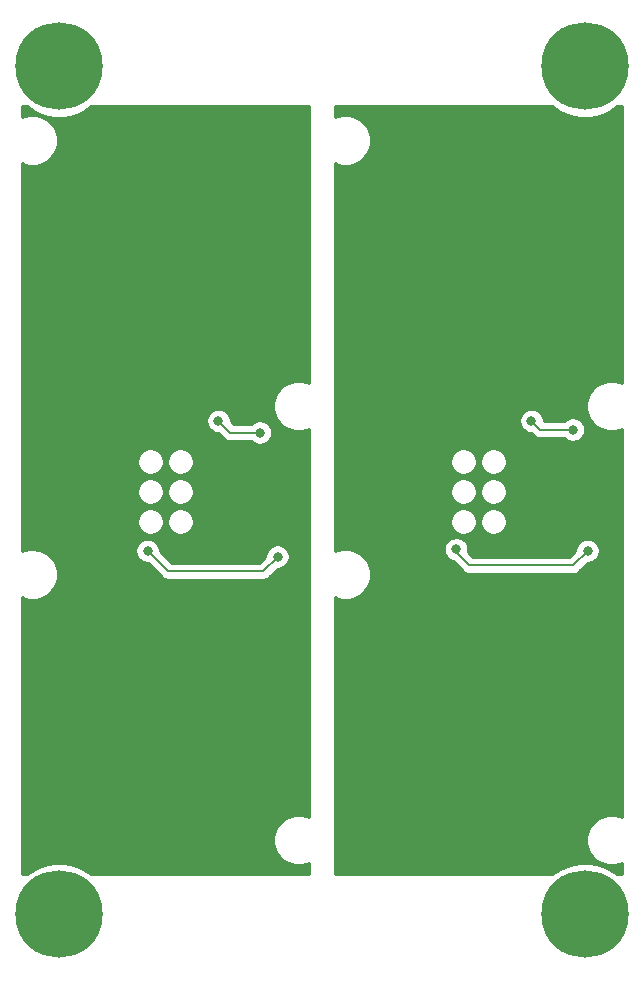
<source format=gbr>
G04 #@! TF.GenerationSoftware,KiCad,Pcbnew,(5.1.4)-1*
G04 #@! TF.CreationDate,2020-07-05T13:48:23-04:00*
G04 #@! TF.ProjectId,Pressure_sensor_daughterboard-MS5607-MS5803,50726573-7375-4726-955f-73656e736f72,1.2*
G04 #@! TF.SameCoordinates,Original*
G04 #@! TF.FileFunction,Copper,L2,Bot*
G04 #@! TF.FilePolarity,Positive*
%FSLAX46Y46*%
G04 Gerber Fmt 4.6, Leading zero omitted, Abs format (unit mm)*
G04 Created by KiCad (PCBNEW (5.1.4)-1) date 2020-07-05 13:48:23*
%MOMM*%
%LPD*%
G04 APERTURE LIST*
%ADD10C,0.800000*%
%ADD11C,7.400000*%
%ADD12C,0.200000*%
%ADD13C,0.254000*%
G04 APERTURE END LIST*
D10*
X165462221Y-103287779D03*
X163500000Y-102475000D03*
X161537779Y-103287779D03*
X160725000Y-105250000D03*
X161537779Y-107212221D03*
X163500000Y-108025000D03*
X165462221Y-107212221D03*
X166275000Y-105250000D03*
D11*
X163500000Y-105250000D03*
D10*
X120962221Y-103287779D03*
X119000000Y-102475000D03*
X117037779Y-103287779D03*
X116225000Y-105250000D03*
X117037779Y-107212221D03*
X119000000Y-108025000D03*
X120962221Y-107212221D03*
X121775000Y-105250000D03*
D11*
X119000000Y-105250000D03*
D10*
X165462221Y-31537779D03*
X163500000Y-30725000D03*
X161537779Y-31537779D03*
X160725000Y-33500000D03*
X161537779Y-35462221D03*
X163500000Y-36275000D03*
X165462221Y-35462221D03*
X166275000Y-33500000D03*
D11*
X163500000Y-33500000D03*
D10*
X120962221Y-31537779D03*
X119000000Y-30725000D03*
X117037779Y-31537779D03*
X116225000Y-33500000D03*
X117037779Y-35462221D03*
X119000000Y-36275000D03*
X120962221Y-35462221D03*
X121775000Y-33500000D03*
D11*
X119000000Y-33500000D03*
D10*
X133000000Y-65750000D03*
X123000000Y-64250000D03*
X131000000Y-64250000D03*
X127500000Y-64250000D03*
X130750000Y-74250000D03*
X128000000Y-74500000D03*
X157250000Y-64250000D03*
X149500000Y-64250000D03*
X153500000Y-64250000D03*
X157250000Y-74250000D03*
X154500000Y-74500000D03*
X138000000Y-71250000D03*
X135500000Y-74750000D03*
X164750000Y-70500000D03*
X162000000Y-74500000D03*
X159500000Y-65500000D03*
X132500000Y-63500000D03*
X136000000Y-64500000D03*
X137500000Y-75000000D03*
X126500000Y-74500000D03*
X152625000Y-74375000D03*
X163750000Y-74500000D03*
X159000000Y-63500000D03*
X162500000Y-64250000D03*
D12*
X133500000Y-64500000D02*
X136000000Y-64500000D01*
X132500000Y-63500000D02*
X133500000Y-64500000D01*
X137500000Y-75000000D02*
X136250000Y-76250000D01*
X128250000Y-76250000D02*
X126500000Y-74500000D01*
X136250000Y-76250000D02*
X128250000Y-76250000D01*
X152625000Y-74375000D02*
X152625000Y-74625000D01*
X152625000Y-74625000D02*
X153750000Y-75750000D01*
X153750000Y-75750000D02*
X162500000Y-75750000D01*
X162500000Y-75750000D02*
X163750000Y-74500000D01*
X159750000Y-64250000D02*
X162500000Y-64250000D01*
X159000000Y-63500000D02*
X159750000Y-64250000D01*
D13*
G36*
X116946608Y-37341627D02*
G01*
X117735527Y-37668408D01*
X118573040Y-37835000D01*
X119426960Y-37835000D01*
X120264473Y-37668408D01*
X121053392Y-37341627D01*
X121748755Y-36877000D01*
X140123000Y-36877000D01*
X140123000Y-60300701D01*
X139872756Y-60197047D01*
X139460279Y-60115000D01*
X139039721Y-60115000D01*
X138627244Y-60197047D01*
X138238698Y-60357988D01*
X137889017Y-60591637D01*
X137591637Y-60889017D01*
X137357988Y-61238698D01*
X137197047Y-61627244D01*
X137115000Y-62039721D01*
X137115000Y-62460279D01*
X137197047Y-62872756D01*
X137357988Y-63261302D01*
X137591637Y-63610983D01*
X137889017Y-63908363D01*
X138238698Y-64142012D01*
X138627244Y-64302953D01*
X139039721Y-64385000D01*
X139460279Y-64385000D01*
X139872756Y-64302953D01*
X140123000Y-64199299D01*
X140123000Y-97050701D01*
X139872756Y-96947047D01*
X139460279Y-96865000D01*
X139039721Y-96865000D01*
X138627244Y-96947047D01*
X138238698Y-97107988D01*
X137889017Y-97341637D01*
X137591637Y-97639017D01*
X137357988Y-97988698D01*
X137197047Y-98377244D01*
X137115000Y-98789721D01*
X137115000Y-99210279D01*
X137197047Y-99622756D01*
X137357988Y-100011302D01*
X137591637Y-100360983D01*
X137889017Y-100658363D01*
X138238698Y-100892012D01*
X138627244Y-101052953D01*
X139039721Y-101135000D01*
X139460279Y-101135000D01*
X139872756Y-101052953D01*
X140123000Y-100949299D01*
X140123000Y-101873000D01*
X121748755Y-101873000D01*
X121053392Y-101408373D01*
X120264473Y-101081592D01*
X119426960Y-100915000D01*
X118573040Y-100915000D01*
X117735527Y-101081592D01*
X116946608Y-101408373D01*
X116251245Y-101873000D01*
X115877000Y-101873000D01*
X115877000Y-78449299D01*
X116127244Y-78552953D01*
X116539721Y-78635000D01*
X116960279Y-78635000D01*
X117372756Y-78552953D01*
X117761302Y-78392012D01*
X118110983Y-78158363D01*
X118408363Y-77860983D01*
X118642012Y-77511302D01*
X118802953Y-77122756D01*
X118885000Y-76710279D01*
X118885000Y-76289721D01*
X118802953Y-75877244D01*
X118642012Y-75488698D01*
X118408363Y-75139017D01*
X118110983Y-74841637D01*
X117761302Y-74607988D01*
X117372756Y-74447047D01*
X117126488Y-74398061D01*
X125465000Y-74398061D01*
X125465000Y-74601939D01*
X125504774Y-74801898D01*
X125582795Y-74990256D01*
X125696063Y-75159774D01*
X125840226Y-75303937D01*
X126009744Y-75417205D01*
X126198102Y-75495226D01*
X126398061Y-75535000D01*
X126495554Y-75535000D01*
X127704746Y-76744193D01*
X127727762Y-76772238D01*
X127755806Y-76795253D01*
X127839680Y-76864087D01*
X127967366Y-76932337D01*
X128105915Y-76974365D01*
X128250000Y-76988556D01*
X128286105Y-76985000D01*
X136213895Y-76985000D01*
X136250000Y-76988556D01*
X136286105Y-76985000D01*
X136394085Y-76974365D01*
X136532633Y-76932337D01*
X136660320Y-76864087D01*
X136772238Y-76772238D01*
X136795258Y-76744188D01*
X137504447Y-76035000D01*
X137601939Y-76035000D01*
X137801898Y-75995226D01*
X137990256Y-75917205D01*
X138159774Y-75803937D01*
X138303937Y-75659774D01*
X138417205Y-75490256D01*
X138495226Y-75301898D01*
X138535000Y-75101939D01*
X138535000Y-74898061D01*
X138495226Y-74698102D01*
X138417205Y-74509744D01*
X138303937Y-74340226D01*
X138159774Y-74196063D01*
X137990256Y-74082795D01*
X137801898Y-74004774D01*
X137601939Y-73965000D01*
X137398061Y-73965000D01*
X137198102Y-74004774D01*
X137009744Y-74082795D01*
X136840226Y-74196063D01*
X136696063Y-74340226D01*
X136582795Y-74509744D01*
X136504774Y-74698102D01*
X136465000Y-74898061D01*
X136465000Y-74995553D01*
X135945554Y-75515000D01*
X128554447Y-75515000D01*
X127535000Y-74495554D01*
X127535000Y-74398061D01*
X127495226Y-74198102D01*
X127417205Y-74009744D01*
X127303937Y-73840226D01*
X127159774Y-73696063D01*
X126990256Y-73582795D01*
X126801898Y-73504774D01*
X126601939Y-73465000D01*
X126398061Y-73465000D01*
X126198102Y-73504774D01*
X126009744Y-73582795D01*
X125840226Y-73696063D01*
X125696063Y-73840226D01*
X125582795Y-74009744D01*
X125504774Y-74198102D01*
X125465000Y-74398061D01*
X117126488Y-74398061D01*
X116960279Y-74365000D01*
X116539721Y-74365000D01*
X116127244Y-74447047D01*
X115877000Y-74550701D01*
X115877000Y-71929690D01*
X125610000Y-71929690D01*
X125610000Y-72150310D01*
X125653041Y-72366692D01*
X125737469Y-72570519D01*
X125860039Y-72753958D01*
X126016042Y-72909961D01*
X126199481Y-73032531D01*
X126403308Y-73116959D01*
X126619690Y-73160000D01*
X126840310Y-73160000D01*
X127056692Y-73116959D01*
X127260519Y-73032531D01*
X127443958Y-72909961D01*
X127599961Y-72753958D01*
X127722531Y-72570519D01*
X127806959Y-72366692D01*
X127850000Y-72150310D01*
X127850000Y-71929690D01*
X128150000Y-71929690D01*
X128150000Y-72150310D01*
X128193041Y-72366692D01*
X128277469Y-72570519D01*
X128400039Y-72753958D01*
X128556042Y-72909961D01*
X128739481Y-73032531D01*
X128943308Y-73116959D01*
X129159690Y-73160000D01*
X129380310Y-73160000D01*
X129596692Y-73116959D01*
X129800519Y-73032531D01*
X129983958Y-72909961D01*
X130139961Y-72753958D01*
X130262531Y-72570519D01*
X130346959Y-72366692D01*
X130390000Y-72150310D01*
X130390000Y-71929690D01*
X130346959Y-71713308D01*
X130262531Y-71509481D01*
X130139961Y-71326042D01*
X129983958Y-71170039D01*
X129800519Y-71047469D01*
X129596692Y-70963041D01*
X129380310Y-70920000D01*
X129159690Y-70920000D01*
X128943308Y-70963041D01*
X128739481Y-71047469D01*
X128556042Y-71170039D01*
X128400039Y-71326042D01*
X128277469Y-71509481D01*
X128193041Y-71713308D01*
X128150000Y-71929690D01*
X127850000Y-71929690D01*
X127806959Y-71713308D01*
X127722531Y-71509481D01*
X127599961Y-71326042D01*
X127443958Y-71170039D01*
X127260519Y-71047469D01*
X127056692Y-70963041D01*
X126840310Y-70920000D01*
X126619690Y-70920000D01*
X126403308Y-70963041D01*
X126199481Y-71047469D01*
X126016042Y-71170039D01*
X125860039Y-71326042D01*
X125737469Y-71509481D01*
X125653041Y-71713308D01*
X125610000Y-71929690D01*
X115877000Y-71929690D01*
X115877000Y-69389690D01*
X125610000Y-69389690D01*
X125610000Y-69610310D01*
X125653041Y-69826692D01*
X125737469Y-70030519D01*
X125860039Y-70213958D01*
X126016042Y-70369961D01*
X126199481Y-70492531D01*
X126403308Y-70576959D01*
X126619690Y-70620000D01*
X126840310Y-70620000D01*
X127056692Y-70576959D01*
X127260519Y-70492531D01*
X127443958Y-70369961D01*
X127599961Y-70213958D01*
X127722531Y-70030519D01*
X127806959Y-69826692D01*
X127850000Y-69610310D01*
X127850000Y-69389690D01*
X128150000Y-69389690D01*
X128150000Y-69610310D01*
X128193041Y-69826692D01*
X128277469Y-70030519D01*
X128400039Y-70213958D01*
X128556042Y-70369961D01*
X128739481Y-70492531D01*
X128943308Y-70576959D01*
X129159690Y-70620000D01*
X129380310Y-70620000D01*
X129596692Y-70576959D01*
X129800519Y-70492531D01*
X129983958Y-70369961D01*
X130139961Y-70213958D01*
X130262531Y-70030519D01*
X130346959Y-69826692D01*
X130390000Y-69610310D01*
X130390000Y-69389690D01*
X130346959Y-69173308D01*
X130262531Y-68969481D01*
X130139961Y-68786042D01*
X129983958Y-68630039D01*
X129800519Y-68507469D01*
X129596692Y-68423041D01*
X129380310Y-68380000D01*
X129159690Y-68380000D01*
X128943308Y-68423041D01*
X128739481Y-68507469D01*
X128556042Y-68630039D01*
X128400039Y-68786042D01*
X128277469Y-68969481D01*
X128193041Y-69173308D01*
X128150000Y-69389690D01*
X127850000Y-69389690D01*
X127806959Y-69173308D01*
X127722531Y-68969481D01*
X127599961Y-68786042D01*
X127443958Y-68630039D01*
X127260519Y-68507469D01*
X127056692Y-68423041D01*
X126840310Y-68380000D01*
X126619690Y-68380000D01*
X126403308Y-68423041D01*
X126199481Y-68507469D01*
X126016042Y-68630039D01*
X125860039Y-68786042D01*
X125737469Y-68969481D01*
X125653041Y-69173308D01*
X125610000Y-69389690D01*
X115877000Y-69389690D01*
X115877000Y-66849690D01*
X125610000Y-66849690D01*
X125610000Y-67070310D01*
X125653041Y-67286692D01*
X125737469Y-67490519D01*
X125860039Y-67673958D01*
X126016042Y-67829961D01*
X126199481Y-67952531D01*
X126403308Y-68036959D01*
X126619690Y-68080000D01*
X126840310Y-68080000D01*
X127056692Y-68036959D01*
X127260519Y-67952531D01*
X127443958Y-67829961D01*
X127599961Y-67673958D01*
X127722531Y-67490519D01*
X127806959Y-67286692D01*
X127850000Y-67070310D01*
X127850000Y-66849690D01*
X128150000Y-66849690D01*
X128150000Y-67070310D01*
X128193041Y-67286692D01*
X128277469Y-67490519D01*
X128400039Y-67673958D01*
X128556042Y-67829961D01*
X128739481Y-67952531D01*
X128943308Y-68036959D01*
X129159690Y-68080000D01*
X129380310Y-68080000D01*
X129596692Y-68036959D01*
X129800519Y-67952531D01*
X129983958Y-67829961D01*
X130139961Y-67673958D01*
X130262531Y-67490519D01*
X130346959Y-67286692D01*
X130390000Y-67070310D01*
X130390000Y-66849690D01*
X130346959Y-66633308D01*
X130262531Y-66429481D01*
X130139961Y-66246042D01*
X129983958Y-66090039D01*
X129800519Y-65967469D01*
X129596692Y-65883041D01*
X129380310Y-65840000D01*
X129159690Y-65840000D01*
X128943308Y-65883041D01*
X128739481Y-65967469D01*
X128556042Y-66090039D01*
X128400039Y-66246042D01*
X128277469Y-66429481D01*
X128193041Y-66633308D01*
X128150000Y-66849690D01*
X127850000Y-66849690D01*
X127806959Y-66633308D01*
X127722531Y-66429481D01*
X127599961Y-66246042D01*
X127443958Y-66090039D01*
X127260519Y-65967469D01*
X127056692Y-65883041D01*
X126840310Y-65840000D01*
X126619690Y-65840000D01*
X126403308Y-65883041D01*
X126199481Y-65967469D01*
X126016042Y-66090039D01*
X125860039Y-66246042D01*
X125737469Y-66429481D01*
X125653041Y-66633308D01*
X125610000Y-66849690D01*
X115877000Y-66849690D01*
X115877000Y-63398061D01*
X131465000Y-63398061D01*
X131465000Y-63601939D01*
X131504774Y-63801898D01*
X131582795Y-63990256D01*
X131696063Y-64159774D01*
X131840226Y-64303937D01*
X132009744Y-64417205D01*
X132198102Y-64495226D01*
X132398061Y-64535000D01*
X132495553Y-64535000D01*
X132954746Y-64994193D01*
X132977762Y-65022238D01*
X133005806Y-65045253D01*
X133089680Y-65114087D01*
X133217366Y-65182337D01*
X133355915Y-65224365D01*
X133500000Y-65238556D01*
X133536105Y-65235000D01*
X135271289Y-65235000D01*
X135340226Y-65303937D01*
X135509744Y-65417205D01*
X135698102Y-65495226D01*
X135898061Y-65535000D01*
X136101939Y-65535000D01*
X136301898Y-65495226D01*
X136490256Y-65417205D01*
X136659774Y-65303937D01*
X136803937Y-65159774D01*
X136917205Y-64990256D01*
X136995226Y-64801898D01*
X137035000Y-64601939D01*
X137035000Y-64398061D01*
X136995226Y-64198102D01*
X136917205Y-64009744D01*
X136803937Y-63840226D01*
X136659774Y-63696063D01*
X136490256Y-63582795D01*
X136301898Y-63504774D01*
X136101939Y-63465000D01*
X135898061Y-63465000D01*
X135698102Y-63504774D01*
X135509744Y-63582795D01*
X135340226Y-63696063D01*
X135271289Y-63765000D01*
X133804447Y-63765000D01*
X133535000Y-63495553D01*
X133535000Y-63398061D01*
X133495226Y-63198102D01*
X133417205Y-63009744D01*
X133303937Y-62840226D01*
X133159774Y-62696063D01*
X132990256Y-62582795D01*
X132801898Y-62504774D01*
X132601939Y-62465000D01*
X132398061Y-62465000D01*
X132198102Y-62504774D01*
X132009744Y-62582795D01*
X131840226Y-62696063D01*
X131696063Y-62840226D01*
X131582795Y-63009744D01*
X131504774Y-63198102D01*
X131465000Y-63398061D01*
X115877000Y-63398061D01*
X115877000Y-41699299D01*
X116127244Y-41802953D01*
X116539721Y-41885000D01*
X116960279Y-41885000D01*
X117372756Y-41802953D01*
X117761302Y-41642012D01*
X118110983Y-41408363D01*
X118408363Y-41110983D01*
X118642012Y-40761302D01*
X118802953Y-40372756D01*
X118885000Y-39960279D01*
X118885000Y-39539721D01*
X118802953Y-39127244D01*
X118642012Y-38738698D01*
X118408363Y-38389017D01*
X118110983Y-38091637D01*
X117761302Y-37857988D01*
X117372756Y-37697047D01*
X116960279Y-37615000D01*
X116539721Y-37615000D01*
X116127244Y-37697047D01*
X115877000Y-37800701D01*
X115877000Y-36877000D01*
X116251245Y-36877000D01*
X116946608Y-37341627D01*
X116946608Y-37341627D01*
G37*
X116946608Y-37341627D02*
X117735527Y-37668408D01*
X118573040Y-37835000D01*
X119426960Y-37835000D01*
X120264473Y-37668408D01*
X121053392Y-37341627D01*
X121748755Y-36877000D01*
X140123000Y-36877000D01*
X140123000Y-60300701D01*
X139872756Y-60197047D01*
X139460279Y-60115000D01*
X139039721Y-60115000D01*
X138627244Y-60197047D01*
X138238698Y-60357988D01*
X137889017Y-60591637D01*
X137591637Y-60889017D01*
X137357988Y-61238698D01*
X137197047Y-61627244D01*
X137115000Y-62039721D01*
X137115000Y-62460279D01*
X137197047Y-62872756D01*
X137357988Y-63261302D01*
X137591637Y-63610983D01*
X137889017Y-63908363D01*
X138238698Y-64142012D01*
X138627244Y-64302953D01*
X139039721Y-64385000D01*
X139460279Y-64385000D01*
X139872756Y-64302953D01*
X140123000Y-64199299D01*
X140123000Y-97050701D01*
X139872756Y-96947047D01*
X139460279Y-96865000D01*
X139039721Y-96865000D01*
X138627244Y-96947047D01*
X138238698Y-97107988D01*
X137889017Y-97341637D01*
X137591637Y-97639017D01*
X137357988Y-97988698D01*
X137197047Y-98377244D01*
X137115000Y-98789721D01*
X137115000Y-99210279D01*
X137197047Y-99622756D01*
X137357988Y-100011302D01*
X137591637Y-100360983D01*
X137889017Y-100658363D01*
X138238698Y-100892012D01*
X138627244Y-101052953D01*
X139039721Y-101135000D01*
X139460279Y-101135000D01*
X139872756Y-101052953D01*
X140123000Y-100949299D01*
X140123000Y-101873000D01*
X121748755Y-101873000D01*
X121053392Y-101408373D01*
X120264473Y-101081592D01*
X119426960Y-100915000D01*
X118573040Y-100915000D01*
X117735527Y-101081592D01*
X116946608Y-101408373D01*
X116251245Y-101873000D01*
X115877000Y-101873000D01*
X115877000Y-78449299D01*
X116127244Y-78552953D01*
X116539721Y-78635000D01*
X116960279Y-78635000D01*
X117372756Y-78552953D01*
X117761302Y-78392012D01*
X118110983Y-78158363D01*
X118408363Y-77860983D01*
X118642012Y-77511302D01*
X118802953Y-77122756D01*
X118885000Y-76710279D01*
X118885000Y-76289721D01*
X118802953Y-75877244D01*
X118642012Y-75488698D01*
X118408363Y-75139017D01*
X118110983Y-74841637D01*
X117761302Y-74607988D01*
X117372756Y-74447047D01*
X117126488Y-74398061D01*
X125465000Y-74398061D01*
X125465000Y-74601939D01*
X125504774Y-74801898D01*
X125582795Y-74990256D01*
X125696063Y-75159774D01*
X125840226Y-75303937D01*
X126009744Y-75417205D01*
X126198102Y-75495226D01*
X126398061Y-75535000D01*
X126495554Y-75535000D01*
X127704746Y-76744193D01*
X127727762Y-76772238D01*
X127755806Y-76795253D01*
X127839680Y-76864087D01*
X127967366Y-76932337D01*
X128105915Y-76974365D01*
X128250000Y-76988556D01*
X128286105Y-76985000D01*
X136213895Y-76985000D01*
X136250000Y-76988556D01*
X136286105Y-76985000D01*
X136394085Y-76974365D01*
X136532633Y-76932337D01*
X136660320Y-76864087D01*
X136772238Y-76772238D01*
X136795258Y-76744188D01*
X137504447Y-76035000D01*
X137601939Y-76035000D01*
X137801898Y-75995226D01*
X137990256Y-75917205D01*
X138159774Y-75803937D01*
X138303937Y-75659774D01*
X138417205Y-75490256D01*
X138495226Y-75301898D01*
X138535000Y-75101939D01*
X138535000Y-74898061D01*
X138495226Y-74698102D01*
X138417205Y-74509744D01*
X138303937Y-74340226D01*
X138159774Y-74196063D01*
X137990256Y-74082795D01*
X137801898Y-74004774D01*
X137601939Y-73965000D01*
X137398061Y-73965000D01*
X137198102Y-74004774D01*
X137009744Y-74082795D01*
X136840226Y-74196063D01*
X136696063Y-74340226D01*
X136582795Y-74509744D01*
X136504774Y-74698102D01*
X136465000Y-74898061D01*
X136465000Y-74995553D01*
X135945554Y-75515000D01*
X128554447Y-75515000D01*
X127535000Y-74495554D01*
X127535000Y-74398061D01*
X127495226Y-74198102D01*
X127417205Y-74009744D01*
X127303937Y-73840226D01*
X127159774Y-73696063D01*
X126990256Y-73582795D01*
X126801898Y-73504774D01*
X126601939Y-73465000D01*
X126398061Y-73465000D01*
X126198102Y-73504774D01*
X126009744Y-73582795D01*
X125840226Y-73696063D01*
X125696063Y-73840226D01*
X125582795Y-74009744D01*
X125504774Y-74198102D01*
X125465000Y-74398061D01*
X117126488Y-74398061D01*
X116960279Y-74365000D01*
X116539721Y-74365000D01*
X116127244Y-74447047D01*
X115877000Y-74550701D01*
X115877000Y-71929690D01*
X125610000Y-71929690D01*
X125610000Y-72150310D01*
X125653041Y-72366692D01*
X125737469Y-72570519D01*
X125860039Y-72753958D01*
X126016042Y-72909961D01*
X126199481Y-73032531D01*
X126403308Y-73116959D01*
X126619690Y-73160000D01*
X126840310Y-73160000D01*
X127056692Y-73116959D01*
X127260519Y-73032531D01*
X127443958Y-72909961D01*
X127599961Y-72753958D01*
X127722531Y-72570519D01*
X127806959Y-72366692D01*
X127850000Y-72150310D01*
X127850000Y-71929690D01*
X128150000Y-71929690D01*
X128150000Y-72150310D01*
X128193041Y-72366692D01*
X128277469Y-72570519D01*
X128400039Y-72753958D01*
X128556042Y-72909961D01*
X128739481Y-73032531D01*
X128943308Y-73116959D01*
X129159690Y-73160000D01*
X129380310Y-73160000D01*
X129596692Y-73116959D01*
X129800519Y-73032531D01*
X129983958Y-72909961D01*
X130139961Y-72753958D01*
X130262531Y-72570519D01*
X130346959Y-72366692D01*
X130390000Y-72150310D01*
X130390000Y-71929690D01*
X130346959Y-71713308D01*
X130262531Y-71509481D01*
X130139961Y-71326042D01*
X129983958Y-71170039D01*
X129800519Y-71047469D01*
X129596692Y-70963041D01*
X129380310Y-70920000D01*
X129159690Y-70920000D01*
X128943308Y-70963041D01*
X128739481Y-71047469D01*
X128556042Y-71170039D01*
X128400039Y-71326042D01*
X128277469Y-71509481D01*
X128193041Y-71713308D01*
X128150000Y-71929690D01*
X127850000Y-71929690D01*
X127806959Y-71713308D01*
X127722531Y-71509481D01*
X127599961Y-71326042D01*
X127443958Y-71170039D01*
X127260519Y-71047469D01*
X127056692Y-70963041D01*
X126840310Y-70920000D01*
X126619690Y-70920000D01*
X126403308Y-70963041D01*
X126199481Y-71047469D01*
X126016042Y-71170039D01*
X125860039Y-71326042D01*
X125737469Y-71509481D01*
X125653041Y-71713308D01*
X125610000Y-71929690D01*
X115877000Y-71929690D01*
X115877000Y-69389690D01*
X125610000Y-69389690D01*
X125610000Y-69610310D01*
X125653041Y-69826692D01*
X125737469Y-70030519D01*
X125860039Y-70213958D01*
X126016042Y-70369961D01*
X126199481Y-70492531D01*
X126403308Y-70576959D01*
X126619690Y-70620000D01*
X126840310Y-70620000D01*
X127056692Y-70576959D01*
X127260519Y-70492531D01*
X127443958Y-70369961D01*
X127599961Y-70213958D01*
X127722531Y-70030519D01*
X127806959Y-69826692D01*
X127850000Y-69610310D01*
X127850000Y-69389690D01*
X128150000Y-69389690D01*
X128150000Y-69610310D01*
X128193041Y-69826692D01*
X128277469Y-70030519D01*
X128400039Y-70213958D01*
X128556042Y-70369961D01*
X128739481Y-70492531D01*
X128943308Y-70576959D01*
X129159690Y-70620000D01*
X129380310Y-70620000D01*
X129596692Y-70576959D01*
X129800519Y-70492531D01*
X129983958Y-70369961D01*
X130139961Y-70213958D01*
X130262531Y-70030519D01*
X130346959Y-69826692D01*
X130390000Y-69610310D01*
X130390000Y-69389690D01*
X130346959Y-69173308D01*
X130262531Y-68969481D01*
X130139961Y-68786042D01*
X129983958Y-68630039D01*
X129800519Y-68507469D01*
X129596692Y-68423041D01*
X129380310Y-68380000D01*
X129159690Y-68380000D01*
X128943308Y-68423041D01*
X128739481Y-68507469D01*
X128556042Y-68630039D01*
X128400039Y-68786042D01*
X128277469Y-68969481D01*
X128193041Y-69173308D01*
X128150000Y-69389690D01*
X127850000Y-69389690D01*
X127806959Y-69173308D01*
X127722531Y-68969481D01*
X127599961Y-68786042D01*
X127443958Y-68630039D01*
X127260519Y-68507469D01*
X127056692Y-68423041D01*
X126840310Y-68380000D01*
X126619690Y-68380000D01*
X126403308Y-68423041D01*
X126199481Y-68507469D01*
X126016042Y-68630039D01*
X125860039Y-68786042D01*
X125737469Y-68969481D01*
X125653041Y-69173308D01*
X125610000Y-69389690D01*
X115877000Y-69389690D01*
X115877000Y-66849690D01*
X125610000Y-66849690D01*
X125610000Y-67070310D01*
X125653041Y-67286692D01*
X125737469Y-67490519D01*
X125860039Y-67673958D01*
X126016042Y-67829961D01*
X126199481Y-67952531D01*
X126403308Y-68036959D01*
X126619690Y-68080000D01*
X126840310Y-68080000D01*
X127056692Y-68036959D01*
X127260519Y-67952531D01*
X127443958Y-67829961D01*
X127599961Y-67673958D01*
X127722531Y-67490519D01*
X127806959Y-67286692D01*
X127850000Y-67070310D01*
X127850000Y-66849690D01*
X128150000Y-66849690D01*
X128150000Y-67070310D01*
X128193041Y-67286692D01*
X128277469Y-67490519D01*
X128400039Y-67673958D01*
X128556042Y-67829961D01*
X128739481Y-67952531D01*
X128943308Y-68036959D01*
X129159690Y-68080000D01*
X129380310Y-68080000D01*
X129596692Y-68036959D01*
X129800519Y-67952531D01*
X129983958Y-67829961D01*
X130139961Y-67673958D01*
X130262531Y-67490519D01*
X130346959Y-67286692D01*
X130390000Y-67070310D01*
X130390000Y-66849690D01*
X130346959Y-66633308D01*
X130262531Y-66429481D01*
X130139961Y-66246042D01*
X129983958Y-66090039D01*
X129800519Y-65967469D01*
X129596692Y-65883041D01*
X129380310Y-65840000D01*
X129159690Y-65840000D01*
X128943308Y-65883041D01*
X128739481Y-65967469D01*
X128556042Y-66090039D01*
X128400039Y-66246042D01*
X128277469Y-66429481D01*
X128193041Y-66633308D01*
X128150000Y-66849690D01*
X127850000Y-66849690D01*
X127806959Y-66633308D01*
X127722531Y-66429481D01*
X127599961Y-66246042D01*
X127443958Y-66090039D01*
X127260519Y-65967469D01*
X127056692Y-65883041D01*
X126840310Y-65840000D01*
X126619690Y-65840000D01*
X126403308Y-65883041D01*
X126199481Y-65967469D01*
X126016042Y-66090039D01*
X125860039Y-66246042D01*
X125737469Y-66429481D01*
X125653041Y-66633308D01*
X125610000Y-66849690D01*
X115877000Y-66849690D01*
X115877000Y-63398061D01*
X131465000Y-63398061D01*
X131465000Y-63601939D01*
X131504774Y-63801898D01*
X131582795Y-63990256D01*
X131696063Y-64159774D01*
X131840226Y-64303937D01*
X132009744Y-64417205D01*
X132198102Y-64495226D01*
X132398061Y-64535000D01*
X132495553Y-64535000D01*
X132954746Y-64994193D01*
X132977762Y-65022238D01*
X133005806Y-65045253D01*
X133089680Y-65114087D01*
X133217366Y-65182337D01*
X133355915Y-65224365D01*
X133500000Y-65238556D01*
X133536105Y-65235000D01*
X135271289Y-65235000D01*
X135340226Y-65303937D01*
X135509744Y-65417205D01*
X135698102Y-65495226D01*
X135898061Y-65535000D01*
X136101939Y-65535000D01*
X136301898Y-65495226D01*
X136490256Y-65417205D01*
X136659774Y-65303937D01*
X136803937Y-65159774D01*
X136917205Y-64990256D01*
X136995226Y-64801898D01*
X137035000Y-64601939D01*
X137035000Y-64398061D01*
X136995226Y-64198102D01*
X136917205Y-64009744D01*
X136803937Y-63840226D01*
X136659774Y-63696063D01*
X136490256Y-63582795D01*
X136301898Y-63504774D01*
X136101939Y-63465000D01*
X135898061Y-63465000D01*
X135698102Y-63504774D01*
X135509744Y-63582795D01*
X135340226Y-63696063D01*
X135271289Y-63765000D01*
X133804447Y-63765000D01*
X133535000Y-63495553D01*
X133535000Y-63398061D01*
X133495226Y-63198102D01*
X133417205Y-63009744D01*
X133303937Y-62840226D01*
X133159774Y-62696063D01*
X132990256Y-62582795D01*
X132801898Y-62504774D01*
X132601939Y-62465000D01*
X132398061Y-62465000D01*
X132198102Y-62504774D01*
X132009744Y-62582795D01*
X131840226Y-62696063D01*
X131696063Y-62840226D01*
X131582795Y-63009744D01*
X131504774Y-63198102D01*
X131465000Y-63398061D01*
X115877000Y-63398061D01*
X115877000Y-41699299D01*
X116127244Y-41802953D01*
X116539721Y-41885000D01*
X116960279Y-41885000D01*
X117372756Y-41802953D01*
X117761302Y-41642012D01*
X118110983Y-41408363D01*
X118408363Y-41110983D01*
X118642012Y-40761302D01*
X118802953Y-40372756D01*
X118885000Y-39960279D01*
X118885000Y-39539721D01*
X118802953Y-39127244D01*
X118642012Y-38738698D01*
X118408363Y-38389017D01*
X118110983Y-38091637D01*
X117761302Y-37857988D01*
X117372756Y-37697047D01*
X116960279Y-37615000D01*
X116539721Y-37615000D01*
X116127244Y-37697047D01*
X115877000Y-37800701D01*
X115877000Y-36877000D01*
X116251245Y-36877000D01*
X116946608Y-37341627D01*
G36*
X161446608Y-37341627D02*
G01*
X162235527Y-37668408D01*
X163073040Y-37835000D01*
X163926960Y-37835000D01*
X164764473Y-37668408D01*
X165553392Y-37341627D01*
X166248755Y-36877000D01*
X166623000Y-36877000D01*
X166623000Y-60300701D01*
X166372756Y-60197047D01*
X165960279Y-60115000D01*
X165539721Y-60115000D01*
X165127244Y-60197047D01*
X164738698Y-60357988D01*
X164389017Y-60591637D01*
X164091637Y-60889017D01*
X163857988Y-61238698D01*
X163697047Y-61627244D01*
X163615000Y-62039721D01*
X163615000Y-62460279D01*
X163697047Y-62872756D01*
X163857988Y-63261302D01*
X164091637Y-63610983D01*
X164389017Y-63908363D01*
X164738698Y-64142012D01*
X165127244Y-64302953D01*
X165539721Y-64385000D01*
X165960279Y-64385000D01*
X166372756Y-64302953D01*
X166623000Y-64199299D01*
X166623000Y-97050701D01*
X166372756Y-96947047D01*
X165960279Y-96865000D01*
X165539721Y-96865000D01*
X165127244Y-96947047D01*
X164738698Y-97107988D01*
X164389017Y-97341637D01*
X164091637Y-97639017D01*
X163857988Y-97988698D01*
X163697047Y-98377244D01*
X163615000Y-98789721D01*
X163615000Y-99210279D01*
X163697047Y-99622756D01*
X163857988Y-100011302D01*
X164091637Y-100360983D01*
X164389017Y-100658363D01*
X164738698Y-100892012D01*
X165127244Y-101052953D01*
X165539721Y-101135000D01*
X165960279Y-101135000D01*
X166372756Y-101052953D01*
X166623000Y-100949299D01*
X166623000Y-101873000D01*
X166248755Y-101873000D01*
X165553392Y-101408373D01*
X164764473Y-101081592D01*
X163926960Y-100915000D01*
X163073040Y-100915000D01*
X162235527Y-101081592D01*
X161446608Y-101408373D01*
X160751245Y-101873000D01*
X142377000Y-101873000D01*
X142377000Y-78449299D01*
X142627244Y-78552953D01*
X143039721Y-78635000D01*
X143460279Y-78635000D01*
X143872756Y-78552953D01*
X144261302Y-78392012D01*
X144610983Y-78158363D01*
X144908363Y-77860983D01*
X145142012Y-77511302D01*
X145302953Y-77122756D01*
X145385000Y-76710279D01*
X145385000Y-76289721D01*
X145302953Y-75877244D01*
X145142012Y-75488698D01*
X144908363Y-75139017D01*
X144610983Y-74841637D01*
X144261302Y-74607988D01*
X143872756Y-74447047D01*
X143460279Y-74365000D01*
X143039721Y-74365000D01*
X142627244Y-74447047D01*
X142377000Y-74550701D01*
X142377000Y-74273061D01*
X151590000Y-74273061D01*
X151590000Y-74476939D01*
X151629774Y-74676898D01*
X151707795Y-74865256D01*
X151821063Y-75034774D01*
X151965226Y-75178937D01*
X152134744Y-75292205D01*
X152323102Y-75370226D01*
X152332686Y-75372132D01*
X153204746Y-76244193D01*
X153227762Y-76272238D01*
X153339680Y-76364087D01*
X153467367Y-76432337D01*
X153605915Y-76474365D01*
X153713895Y-76485000D01*
X153713904Y-76485000D01*
X153749999Y-76488555D01*
X153786094Y-76485000D01*
X162463895Y-76485000D01*
X162500000Y-76488556D01*
X162536105Y-76485000D01*
X162644085Y-76474365D01*
X162782633Y-76432337D01*
X162910320Y-76364087D01*
X163022238Y-76272238D01*
X163045258Y-76244188D01*
X163754447Y-75535000D01*
X163851939Y-75535000D01*
X164051898Y-75495226D01*
X164240256Y-75417205D01*
X164409774Y-75303937D01*
X164553937Y-75159774D01*
X164667205Y-74990256D01*
X164745226Y-74801898D01*
X164785000Y-74601939D01*
X164785000Y-74398061D01*
X164745226Y-74198102D01*
X164667205Y-74009744D01*
X164553937Y-73840226D01*
X164409774Y-73696063D01*
X164240256Y-73582795D01*
X164051898Y-73504774D01*
X163851939Y-73465000D01*
X163648061Y-73465000D01*
X163448102Y-73504774D01*
X163259744Y-73582795D01*
X163090226Y-73696063D01*
X162946063Y-73840226D01*
X162832795Y-74009744D01*
X162754774Y-74198102D01*
X162715000Y-74398061D01*
X162715000Y-74495553D01*
X162195554Y-75015000D01*
X154054447Y-75015000D01*
X153636173Y-74596727D01*
X153660000Y-74476939D01*
X153660000Y-74273061D01*
X153620226Y-74073102D01*
X153542205Y-73884744D01*
X153428937Y-73715226D01*
X153284774Y-73571063D01*
X153115256Y-73457795D01*
X152926898Y-73379774D01*
X152726939Y-73340000D01*
X152523061Y-73340000D01*
X152323102Y-73379774D01*
X152134744Y-73457795D01*
X151965226Y-73571063D01*
X151821063Y-73715226D01*
X151707795Y-73884744D01*
X151629774Y-74073102D01*
X151590000Y-74273061D01*
X142377000Y-74273061D01*
X142377000Y-71929690D01*
X152110000Y-71929690D01*
X152110000Y-72150310D01*
X152153041Y-72366692D01*
X152237469Y-72570519D01*
X152360039Y-72753958D01*
X152516042Y-72909961D01*
X152699481Y-73032531D01*
X152903308Y-73116959D01*
X153119690Y-73160000D01*
X153340310Y-73160000D01*
X153556692Y-73116959D01*
X153760519Y-73032531D01*
X153943958Y-72909961D01*
X154099961Y-72753958D01*
X154222531Y-72570519D01*
X154306959Y-72366692D01*
X154350000Y-72150310D01*
X154350000Y-71929690D01*
X154650000Y-71929690D01*
X154650000Y-72150310D01*
X154693041Y-72366692D01*
X154777469Y-72570519D01*
X154900039Y-72753958D01*
X155056042Y-72909961D01*
X155239481Y-73032531D01*
X155443308Y-73116959D01*
X155659690Y-73160000D01*
X155880310Y-73160000D01*
X156096692Y-73116959D01*
X156300519Y-73032531D01*
X156483958Y-72909961D01*
X156639961Y-72753958D01*
X156762531Y-72570519D01*
X156846959Y-72366692D01*
X156890000Y-72150310D01*
X156890000Y-71929690D01*
X156846959Y-71713308D01*
X156762531Y-71509481D01*
X156639961Y-71326042D01*
X156483958Y-71170039D01*
X156300519Y-71047469D01*
X156096692Y-70963041D01*
X155880310Y-70920000D01*
X155659690Y-70920000D01*
X155443308Y-70963041D01*
X155239481Y-71047469D01*
X155056042Y-71170039D01*
X154900039Y-71326042D01*
X154777469Y-71509481D01*
X154693041Y-71713308D01*
X154650000Y-71929690D01*
X154350000Y-71929690D01*
X154306959Y-71713308D01*
X154222531Y-71509481D01*
X154099961Y-71326042D01*
X153943958Y-71170039D01*
X153760519Y-71047469D01*
X153556692Y-70963041D01*
X153340310Y-70920000D01*
X153119690Y-70920000D01*
X152903308Y-70963041D01*
X152699481Y-71047469D01*
X152516042Y-71170039D01*
X152360039Y-71326042D01*
X152237469Y-71509481D01*
X152153041Y-71713308D01*
X152110000Y-71929690D01*
X142377000Y-71929690D01*
X142377000Y-69389690D01*
X152110000Y-69389690D01*
X152110000Y-69610310D01*
X152153041Y-69826692D01*
X152237469Y-70030519D01*
X152360039Y-70213958D01*
X152516042Y-70369961D01*
X152699481Y-70492531D01*
X152903308Y-70576959D01*
X153119690Y-70620000D01*
X153340310Y-70620000D01*
X153556692Y-70576959D01*
X153760519Y-70492531D01*
X153943958Y-70369961D01*
X154099961Y-70213958D01*
X154222531Y-70030519D01*
X154306959Y-69826692D01*
X154350000Y-69610310D01*
X154350000Y-69389690D01*
X154650000Y-69389690D01*
X154650000Y-69610310D01*
X154693041Y-69826692D01*
X154777469Y-70030519D01*
X154900039Y-70213958D01*
X155056042Y-70369961D01*
X155239481Y-70492531D01*
X155443308Y-70576959D01*
X155659690Y-70620000D01*
X155880310Y-70620000D01*
X156096692Y-70576959D01*
X156300519Y-70492531D01*
X156483958Y-70369961D01*
X156639961Y-70213958D01*
X156762531Y-70030519D01*
X156846959Y-69826692D01*
X156890000Y-69610310D01*
X156890000Y-69389690D01*
X156846959Y-69173308D01*
X156762531Y-68969481D01*
X156639961Y-68786042D01*
X156483958Y-68630039D01*
X156300519Y-68507469D01*
X156096692Y-68423041D01*
X155880310Y-68380000D01*
X155659690Y-68380000D01*
X155443308Y-68423041D01*
X155239481Y-68507469D01*
X155056042Y-68630039D01*
X154900039Y-68786042D01*
X154777469Y-68969481D01*
X154693041Y-69173308D01*
X154650000Y-69389690D01*
X154350000Y-69389690D01*
X154306959Y-69173308D01*
X154222531Y-68969481D01*
X154099961Y-68786042D01*
X153943958Y-68630039D01*
X153760519Y-68507469D01*
X153556692Y-68423041D01*
X153340310Y-68380000D01*
X153119690Y-68380000D01*
X152903308Y-68423041D01*
X152699481Y-68507469D01*
X152516042Y-68630039D01*
X152360039Y-68786042D01*
X152237469Y-68969481D01*
X152153041Y-69173308D01*
X152110000Y-69389690D01*
X142377000Y-69389690D01*
X142377000Y-66849690D01*
X152110000Y-66849690D01*
X152110000Y-67070310D01*
X152153041Y-67286692D01*
X152237469Y-67490519D01*
X152360039Y-67673958D01*
X152516042Y-67829961D01*
X152699481Y-67952531D01*
X152903308Y-68036959D01*
X153119690Y-68080000D01*
X153340310Y-68080000D01*
X153556692Y-68036959D01*
X153760519Y-67952531D01*
X153943958Y-67829961D01*
X154099961Y-67673958D01*
X154222531Y-67490519D01*
X154306959Y-67286692D01*
X154350000Y-67070310D01*
X154350000Y-66849690D01*
X154650000Y-66849690D01*
X154650000Y-67070310D01*
X154693041Y-67286692D01*
X154777469Y-67490519D01*
X154900039Y-67673958D01*
X155056042Y-67829961D01*
X155239481Y-67952531D01*
X155443308Y-68036959D01*
X155659690Y-68080000D01*
X155880310Y-68080000D01*
X156096692Y-68036959D01*
X156300519Y-67952531D01*
X156483958Y-67829961D01*
X156639961Y-67673958D01*
X156762531Y-67490519D01*
X156846959Y-67286692D01*
X156890000Y-67070310D01*
X156890000Y-66849690D01*
X156846959Y-66633308D01*
X156762531Y-66429481D01*
X156639961Y-66246042D01*
X156483958Y-66090039D01*
X156300519Y-65967469D01*
X156096692Y-65883041D01*
X155880310Y-65840000D01*
X155659690Y-65840000D01*
X155443308Y-65883041D01*
X155239481Y-65967469D01*
X155056042Y-66090039D01*
X154900039Y-66246042D01*
X154777469Y-66429481D01*
X154693041Y-66633308D01*
X154650000Y-66849690D01*
X154350000Y-66849690D01*
X154306959Y-66633308D01*
X154222531Y-66429481D01*
X154099961Y-66246042D01*
X153943958Y-66090039D01*
X153760519Y-65967469D01*
X153556692Y-65883041D01*
X153340310Y-65840000D01*
X153119690Y-65840000D01*
X152903308Y-65883041D01*
X152699481Y-65967469D01*
X152516042Y-66090039D01*
X152360039Y-66246042D01*
X152237469Y-66429481D01*
X152153041Y-66633308D01*
X152110000Y-66849690D01*
X142377000Y-66849690D01*
X142377000Y-63398061D01*
X157965000Y-63398061D01*
X157965000Y-63601939D01*
X158004774Y-63801898D01*
X158082795Y-63990256D01*
X158196063Y-64159774D01*
X158340226Y-64303937D01*
X158509744Y-64417205D01*
X158698102Y-64495226D01*
X158898061Y-64535000D01*
X158995553Y-64535000D01*
X159204746Y-64744193D01*
X159227762Y-64772238D01*
X159339680Y-64864087D01*
X159467367Y-64932337D01*
X159563886Y-64961616D01*
X159605914Y-64974365D01*
X159620132Y-64975765D01*
X159713895Y-64985000D01*
X159713902Y-64985000D01*
X159749999Y-64988555D01*
X159786096Y-64985000D01*
X161771289Y-64985000D01*
X161840226Y-65053937D01*
X162009744Y-65167205D01*
X162198102Y-65245226D01*
X162398061Y-65285000D01*
X162601939Y-65285000D01*
X162801898Y-65245226D01*
X162990256Y-65167205D01*
X163159774Y-65053937D01*
X163303937Y-64909774D01*
X163417205Y-64740256D01*
X163495226Y-64551898D01*
X163535000Y-64351939D01*
X163535000Y-64148061D01*
X163495226Y-63948102D01*
X163417205Y-63759744D01*
X163303937Y-63590226D01*
X163159774Y-63446063D01*
X162990256Y-63332795D01*
X162801898Y-63254774D01*
X162601939Y-63215000D01*
X162398061Y-63215000D01*
X162198102Y-63254774D01*
X162009744Y-63332795D01*
X161840226Y-63446063D01*
X161771289Y-63515000D01*
X160054447Y-63515000D01*
X160035000Y-63495553D01*
X160035000Y-63398061D01*
X159995226Y-63198102D01*
X159917205Y-63009744D01*
X159803937Y-62840226D01*
X159659774Y-62696063D01*
X159490256Y-62582795D01*
X159301898Y-62504774D01*
X159101939Y-62465000D01*
X158898061Y-62465000D01*
X158698102Y-62504774D01*
X158509744Y-62582795D01*
X158340226Y-62696063D01*
X158196063Y-62840226D01*
X158082795Y-63009744D01*
X158004774Y-63198102D01*
X157965000Y-63398061D01*
X142377000Y-63398061D01*
X142377000Y-41699299D01*
X142627244Y-41802953D01*
X143039721Y-41885000D01*
X143460279Y-41885000D01*
X143872756Y-41802953D01*
X144261302Y-41642012D01*
X144610983Y-41408363D01*
X144908363Y-41110983D01*
X145142012Y-40761302D01*
X145302953Y-40372756D01*
X145385000Y-39960279D01*
X145385000Y-39539721D01*
X145302953Y-39127244D01*
X145142012Y-38738698D01*
X144908363Y-38389017D01*
X144610983Y-38091637D01*
X144261302Y-37857988D01*
X143872756Y-37697047D01*
X143460279Y-37615000D01*
X143039721Y-37615000D01*
X142627244Y-37697047D01*
X142377000Y-37800701D01*
X142377000Y-36877000D01*
X160751245Y-36877000D01*
X161446608Y-37341627D01*
X161446608Y-37341627D01*
G37*
X161446608Y-37341627D02*
X162235527Y-37668408D01*
X163073040Y-37835000D01*
X163926960Y-37835000D01*
X164764473Y-37668408D01*
X165553392Y-37341627D01*
X166248755Y-36877000D01*
X166623000Y-36877000D01*
X166623000Y-60300701D01*
X166372756Y-60197047D01*
X165960279Y-60115000D01*
X165539721Y-60115000D01*
X165127244Y-60197047D01*
X164738698Y-60357988D01*
X164389017Y-60591637D01*
X164091637Y-60889017D01*
X163857988Y-61238698D01*
X163697047Y-61627244D01*
X163615000Y-62039721D01*
X163615000Y-62460279D01*
X163697047Y-62872756D01*
X163857988Y-63261302D01*
X164091637Y-63610983D01*
X164389017Y-63908363D01*
X164738698Y-64142012D01*
X165127244Y-64302953D01*
X165539721Y-64385000D01*
X165960279Y-64385000D01*
X166372756Y-64302953D01*
X166623000Y-64199299D01*
X166623000Y-97050701D01*
X166372756Y-96947047D01*
X165960279Y-96865000D01*
X165539721Y-96865000D01*
X165127244Y-96947047D01*
X164738698Y-97107988D01*
X164389017Y-97341637D01*
X164091637Y-97639017D01*
X163857988Y-97988698D01*
X163697047Y-98377244D01*
X163615000Y-98789721D01*
X163615000Y-99210279D01*
X163697047Y-99622756D01*
X163857988Y-100011302D01*
X164091637Y-100360983D01*
X164389017Y-100658363D01*
X164738698Y-100892012D01*
X165127244Y-101052953D01*
X165539721Y-101135000D01*
X165960279Y-101135000D01*
X166372756Y-101052953D01*
X166623000Y-100949299D01*
X166623000Y-101873000D01*
X166248755Y-101873000D01*
X165553392Y-101408373D01*
X164764473Y-101081592D01*
X163926960Y-100915000D01*
X163073040Y-100915000D01*
X162235527Y-101081592D01*
X161446608Y-101408373D01*
X160751245Y-101873000D01*
X142377000Y-101873000D01*
X142377000Y-78449299D01*
X142627244Y-78552953D01*
X143039721Y-78635000D01*
X143460279Y-78635000D01*
X143872756Y-78552953D01*
X144261302Y-78392012D01*
X144610983Y-78158363D01*
X144908363Y-77860983D01*
X145142012Y-77511302D01*
X145302953Y-77122756D01*
X145385000Y-76710279D01*
X145385000Y-76289721D01*
X145302953Y-75877244D01*
X145142012Y-75488698D01*
X144908363Y-75139017D01*
X144610983Y-74841637D01*
X144261302Y-74607988D01*
X143872756Y-74447047D01*
X143460279Y-74365000D01*
X143039721Y-74365000D01*
X142627244Y-74447047D01*
X142377000Y-74550701D01*
X142377000Y-74273061D01*
X151590000Y-74273061D01*
X151590000Y-74476939D01*
X151629774Y-74676898D01*
X151707795Y-74865256D01*
X151821063Y-75034774D01*
X151965226Y-75178937D01*
X152134744Y-75292205D01*
X152323102Y-75370226D01*
X152332686Y-75372132D01*
X153204746Y-76244193D01*
X153227762Y-76272238D01*
X153339680Y-76364087D01*
X153467367Y-76432337D01*
X153605915Y-76474365D01*
X153713895Y-76485000D01*
X153713904Y-76485000D01*
X153749999Y-76488555D01*
X153786094Y-76485000D01*
X162463895Y-76485000D01*
X162500000Y-76488556D01*
X162536105Y-76485000D01*
X162644085Y-76474365D01*
X162782633Y-76432337D01*
X162910320Y-76364087D01*
X163022238Y-76272238D01*
X163045258Y-76244188D01*
X163754447Y-75535000D01*
X163851939Y-75535000D01*
X164051898Y-75495226D01*
X164240256Y-75417205D01*
X164409774Y-75303937D01*
X164553937Y-75159774D01*
X164667205Y-74990256D01*
X164745226Y-74801898D01*
X164785000Y-74601939D01*
X164785000Y-74398061D01*
X164745226Y-74198102D01*
X164667205Y-74009744D01*
X164553937Y-73840226D01*
X164409774Y-73696063D01*
X164240256Y-73582795D01*
X164051898Y-73504774D01*
X163851939Y-73465000D01*
X163648061Y-73465000D01*
X163448102Y-73504774D01*
X163259744Y-73582795D01*
X163090226Y-73696063D01*
X162946063Y-73840226D01*
X162832795Y-74009744D01*
X162754774Y-74198102D01*
X162715000Y-74398061D01*
X162715000Y-74495553D01*
X162195554Y-75015000D01*
X154054447Y-75015000D01*
X153636173Y-74596727D01*
X153660000Y-74476939D01*
X153660000Y-74273061D01*
X153620226Y-74073102D01*
X153542205Y-73884744D01*
X153428937Y-73715226D01*
X153284774Y-73571063D01*
X153115256Y-73457795D01*
X152926898Y-73379774D01*
X152726939Y-73340000D01*
X152523061Y-73340000D01*
X152323102Y-73379774D01*
X152134744Y-73457795D01*
X151965226Y-73571063D01*
X151821063Y-73715226D01*
X151707795Y-73884744D01*
X151629774Y-74073102D01*
X151590000Y-74273061D01*
X142377000Y-74273061D01*
X142377000Y-71929690D01*
X152110000Y-71929690D01*
X152110000Y-72150310D01*
X152153041Y-72366692D01*
X152237469Y-72570519D01*
X152360039Y-72753958D01*
X152516042Y-72909961D01*
X152699481Y-73032531D01*
X152903308Y-73116959D01*
X153119690Y-73160000D01*
X153340310Y-73160000D01*
X153556692Y-73116959D01*
X153760519Y-73032531D01*
X153943958Y-72909961D01*
X154099961Y-72753958D01*
X154222531Y-72570519D01*
X154306959Y-72366692D01*
X154350000Y-72150310D01*
X154350000Y-71929690D01*
X154650000Y-71929690D01*
X154650000Y-72150310D01*
X154693041Y-72366692D01*
X154777469Y-72570519D01*
X154900039Y-72753958D01*
X155056042Y-72909961D01*
X155239481Y-73032531D01*
X155443308Y-73116959D01*
X155659690Y-73160000D01*
X155880310Y-73160000D01*
X156096692Y-73116959D01*
X156300519Y-73032531D01*
X156483958Y-72909961D01*
X156639961Y-72753958D01*
X156762531Y-72570519D01*
X156846959Y-72366692D01*
X156890000Y-72150310D01*
X156890000Y-71929690D01*
X156846959Y-71713308D01*
X156762531Y-71509481D01*
X156639961Y-71326042D01*
X156483958Y-71170039D01*
X156300519Y-71047469D01*
X156096692Y-70963041D01*
X155880310Y-70920000D01*
X155659690Y-70920000D01*
X155443308Y-70963041D01*
X155239481Y-71047469D01*
X155056042Y-71170039D01*
X154900039Y-71326042D01*
X154777469Y-71509481D01*
X154693041Y-71713308D01*
X154650000Y-71929690D01*
X154350000Y-71929690D01*
X154306959Y-71713308D01*
X154222531Y-71509481D01*
X154099961Y-71326042D01*
X153943958Y-71170039D01*
X153760519Y-71047469D01*
X153556692Y-70963041D01*
X153340310Y-70920000D01*
X153119690Y-70920000D01*
X152903308Y-70963041D01*
X152699481Y-71047469D01*
X152516042Y-71170039D01*
X152360039Y-71326042D01*
X152237469Y-71509481D01*
X152153041Y-71713308D01*
X152110000Y-71929690D01*
X142377000Y-71929690D01*
X142377000Y-69389690D01*
X152110000Y-69389690D01*
X152110000Y-69610310D01*
X152153041Y-69826692D01*
X152237469Y-70030519D01*
X152360039Y-70213958D01*
X152516042Y-70369961D01*
X152699481Y-70492531D01*
X152903308Y-70576959D01*
X153119690Y-70620000D01*
X153340310Y-70620000D01*
X153556692Y-70576959D01*
X153760519Y-70492531D01*
X153943958Y-70369961D01*
X154099961Y-70213958D01*
X154222531Y-70030519D01*
X154306959Y-69826692D01*
X154350000Y-69610310D01*
X154350000Y-69389690D01*
X154650000Y-69389690D01*
X154650000Y-69610310D01*
X154693041Y-69826692D01*
X154777469Y-70030519D01*
X154900039Y-70213958D01*
X155056042Y-70369961D01*
X155239481Y-70492531D01*
X155443308Y-70576959D01*
X155659690Y-70620000D01*
X155880310Y-70620000D01*
X156096692Y-70576959D01*
X156300519Y-70492531D01*
X156483958Y-70369961D01*
X156639961Y-70213958D01*
X156762531Y-70030519D01*
X156846959Y-69826692D01*
X156890000Y-69610310D01*
X156890000Y-69389690D01*
X156846959Y-69173308D01*
X156762531Y-68969481D01*
X156639961Y-68786042D01*
X156483958Y-68630039D01*
X156300519Y-68507469D01*
X156096692Y-68423041D01*
X155880310Y-68380000D01*
X155659690Y-68380000D01*
X155443308Y-68423041D01*
X155239481Y-68507469D01*
X155056042Y-68630039D01*
X154900039Y-68786042D01*
X154777469Y-68969481D01*
X154693041Y-69173308D01*
X154650000Y-69389690D01*
X154350000Y-69389690D01*
X154306959Y-69173308D01*
X154222531Y-68969481D01*
X154099961Y-68786042D01*
X153943958Y-68630039D01*
X153760519Y-68507469D01*
X153556692Y-68423041D01*
X153340310Y-68380000D01*
X153119690Y-68380000D01*
X152903308Y-68423041D01*
X152699481Y-68507469D01*
X152516042Y-68630039D01*
X152360039Y-68786042D01*
X152237469Y-68969481D01*
X152153041Y-69173308D01*
X152110000Y-69389690D01*
X142377000Y-69389690D01*
X142377000Y-66849690D01*
X152110000Y-66849690D01*
X152110000Y-67070310D01*
X152153041Y-67286692D01*
X152237469Y-67490519D01*
X152360039Y-67673958D01*
X152516042Y-67829961D01*
X152699481Y-67952531D01*
X152903308Y-68036959D01*
X153119690Y-68080000D01*
X153340310Y-68080000D01*
X153556692Y-68036959D01*
X153760519Y-67952531D01*
X153943958Y-67829961D01*
X154099961Y-67673958D01*
X154222531Y-67490519D01*
X154306959Y-67286692D01*
X154350000Y-67070310D01*
X154350000Y-66849690D01*
X154650000Y-66849690D01*
X154650000Y-67070310D01*
X154693041Y-67286692D01*
X154777469Y-67490519D01*
X154900039Y-67673958D01*
X155056042Y-67829961D01*
X155239481Y-67952531D01*
X155443308Y-68036959D01*
X155659690Y-68080000D01*
X155880310Y-68080000D01*
X156096692Y-68036959D01*
X156300519Y-67952531D01*
X156483958Y-67829961D01*
X156639961Y-67673958D01*
X156762531Y-67490519D01*
X156846959Y-67286692D01*
X156890000Y-67070310D01*
X156890000Y-66849690D01*
X156846959Y-66633308D01*
X156762531Y-66429481D01*
X156639961Y-66246042D01*
X156483958Y-66090039D01*
X156300519Y-65967469D01*
X156096692Y-65883041D01*
X155880310Y-65840000D01*
X155659690Y-65840000D01*
X155443308Y-65883041D01*
X155239481Y-65967469D01*
X155056042Y-66090039D01*
X154900039Y-66246042D01*
X154777469Y-66429481D01*
X154693041Y-66633308D01*
X154650000Y-66849690D01*
X154350000Y-66849690D01*
X154306959Y-66633308D01*
X154222531Y-66429481D01*
X154099961Y-66246042D01*
X153943958Y-66090039D01*
X153760519Y-65967469D01*
X153556692Y-65883041D01*
X153340310Y-65840000D01*
X153119690Y-65840000D01*
X152903308Y-65883041D01*
X152699481Y-65967469D01*
X152516042Y-66090039D01*
X152360039Y-66246042D01*
X152237469Y-66429481D01*
X152153041Y-66633308D01*
X152110000Y-66849690D01*
X142377000Y-66849690D01*
X142377000Y-63398061D01*
X157965000Y-63398061D01*
X157965000Y-63601939D01*
X158004774Y-63801898D01*
X158082795Y-63990256D01*
X158196063Y-64159774D01*
X158340226Y-64303937D01*
X158509744Y-64417205D01*
X158698102Y-64495226D01*
X158898061Y-64535000D01*
X158995553Y-64535000D01*
X159204746Y-64744193D01*
X159227762Y-64772238D01*
X159339680Y-64864087D01*
X159467367Y-64932337D01*
X159563886Y-64961616D01*
X159605914Y-64974365D01*
X159620132Y-64975765D01*
X159713895Y-64985000D01*
X159713902Y-64985000D01*
X159749999Y-64988555D01*
X159786096Y-64985000D01*
X161771289Y-64985000D01*
X161840226Y-65053937D01*
X162009744Y-65167205D01*
X162198102Y-65245226D01*
X162398061Y-65285000D01*
X162601939Y-65285000D01*
X162801898Y-65245226D01*
X162990256Y-65167205D01*
X163159774Y-65053937D01*
X163303937Y-64909774D01*
X163417205Y-64740256D01*
X163495226Y-64551898D01*
X163535000Y-64351939D01*
X163535000Y-64148061D01*
X163495226Y-63948102D01*
X163417205Y-63759744D01*
X163303937Y-63590226D01*
X163159774Y-63446063D01*
X162990256Y-63332795D01*
X162801898Y-63254774D01*
X162601939Y-63215000D01*
X162398061Y-63215000D01*
X162198102Y-63254774D01*
X162009744Y-63332795D01*
X161840226Y-63446063D01*
X161771289Y-63515000D01*
X160054447Y-63515000D01*
X160035000Y-63495553D01*
X160035000Y-63398061D01*
X159995226Y-63198102D01*
X159917205Y-63009744D01*
X159803937Y-62840226D01*
X159659774Y-62696063D01*
X159490256Y-62582795D01*
X159301898Y-62504774D01*
X159101939Y-62465000D01*
X158898061Y-62465000D01*
X158698102Y-62504774D01*
X158509744Y-62582795D01*
X158340226Y-62696063D01*
X158196063Y-62840226D01*
X158082795Y-63009744D01*
X158004774Y-63198102D01*
X157965000Y-63398061D01*
X142377000Y-63398061D01*
X142377000Y-41699299D01*
X142627244Y-41802953D01*
X143039721Y-41885000D01*
X143460279Y-41885000D01*
X143872756Y-41802953D01*
X144261302Y-41642012D01*
X144610983Y-41408363D01*
X144908363Y-41110983D01*
X145142012Y-40761302D01*
X145302953Y-40372756D01*
X145385000Y-39960279D01*
X145385000Y-39539721D01*
X145302953Y-39127244D01*
X145142012Y-38738698D01*
X144908363Y-38389017D01*
X144610983Y-38091637D01*
X144261302Y-37857988D01*
X143872756Y-37697047D01*
X143460279Y-37615000D01*
X143039721Y-37615000D01*
X142627244Y-37697047D01*
X142377000Y-37800701D01*
X142377000Y-36877000D01*
X160751245Y-36877000D01*
X161446608Y-37341627D01*
M02*

</source>
